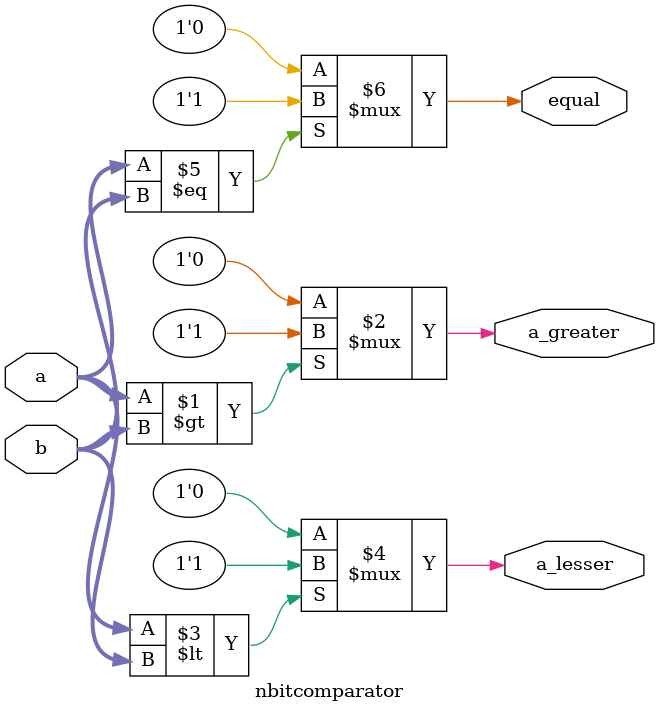
<source format=v>
`timescale 1ns / 1ps



module nbitcomparator#(parameter N=8)
(input [N-1:0]a,b,
 output a_greater,a_lesser,equal);
 
 assign a_greater=(a>b)?1'b1:1'b0;
 assign a_lesser=(a<b)?1'b1:1'b0;
 assign equal=(a==b)?1'b1:1'b0;
endmodule

</source>
